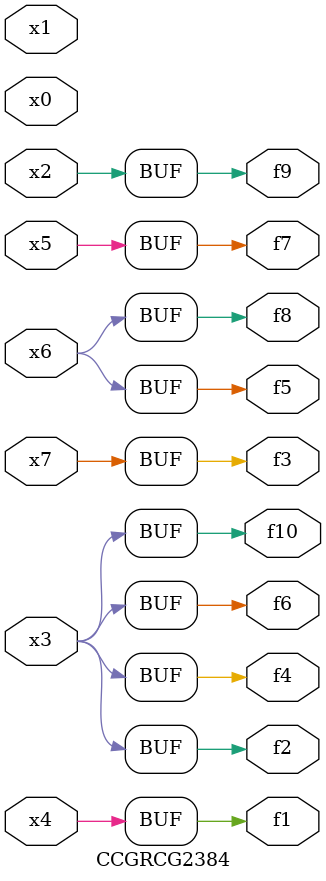
<source format=v>
module CCGRCG2384(
	input x0, x1, x2, x3, x4, x5, x6, x7,
	output f1, f2, f3, f4, f5, f6, f7, f8, f9, f10
);
	assign f1 = x4;
	assign f2 = x3;
	assign f3 = x7;
	assign f4 = x3;
	assign f5 = x6;
	assign f6 = x3;
	assign f7 = x5;
	assign f8 = x6;
	assign f9 = x2;
	assign f10 = x3;
endmodule

</source>
